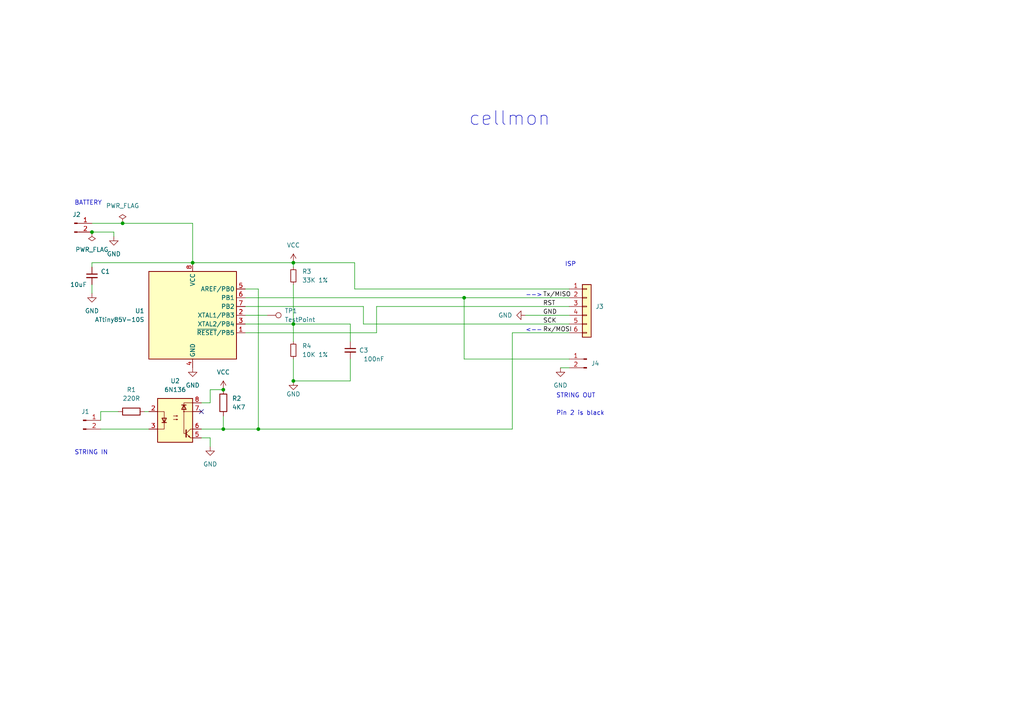
<source format=kicad_sch>
(kicad_sch (version 20211123) (generator eeschema)
  (paper "A4")
  (lib_symbols
    (symbol "Connector:Conn_01x02_Male" (pin_names (offset 1.016) hide)
      (property "Reference" "J" (at 0 2.54 0))
      (property "Value" "Conn_01x02_Male" (at 0 -5.08 0))
      (symbol "Conn_01x02_Male_1_1"
        (polyline (pts (xy 1.27 -2.54) (xy 0.8636 -2.54)) (stroke (width 0.1524)))
        (polyline (pts (xy 1.27 0) (xy 0.8636 0)) (stroke (width 0.1524)))
        (rectangle (start 0.8636 -2.413) (end 0 -2.667) (stroke (width 0.1524)) (fill (type outline)))
        (rectangle (start 0.8636 0.127) (end 0 -0.127) (stroke (width 0.1524)) (fill (type outline)))
        (pin passive line (at 5.08 0 180) (length 3.81) (name "Pin_1") (number "1"))
        (pin passive line (at 5.08 -2.54 180) (length 3.81) (name "Pin_2") (number "2"))
      )
    )
    (symbol "Connector:TestPoint" (pin_numbers hide) (pin_names (offset 0.762) hide)
      (property "Reference" "TP" (at 0 6.858 0))
      (property "Value" "TestPoint" (at 0 5.08 0))
      (symbol "TestPoint_0_1"
        (circle (center 0 3.302) (radius 0.762))
      )
      (symbol "TestPoint_1_1"
        (pin passive line (at 0 0 90) (length 2.54) (name "1") (number "1"))
      )
    )
    (symbol "Connector_Generic:Conn_01x06" (pin_names (offset 1.016) hide)
      (property "Reference" "J" (at 0 7.62 0))
      (property "Value" "Conn_01x06" (at 0 -10.16 0))
      (symbol "Conn_01x06_1_1"
        (rectangle (start -1.27 -7.493) (end 0 -7.747) (stroke (width 0.1524)))
        (rectangle (start -1.27 -4.953) (end 0 -5.207) (stroke (width 0.1524)))
        (rectangle (start -1.27 -2.413) (end 0 -2.667) (stroke (width 0.1524)))
        (rectangle (start -1.27 0.127) (end 0 -0.127) (stroke (width 0.1524)))
        (rectangle (start -1.27 2.667) (end 0 2.413) (stroke (width 0.1524)))
        (rectangle (start -1.27 5.207) (end 0 4.953) (stroke (width 0.1524)))
        (rectangle (start -1.27 6.35) (end 1.27 -8.89) (stroke (width 0.254)) (fill (type background)))
        (pin passive line (at -5.08 5.08 0) (length 3.81) (name "Pin_1") (number "1"))
        (pin passive line (at -5.08 2.54 0) (length 3.81) (name "Pin_2") (number "2"))
        (pin passive line (at -5.08 0 0) (length 3.81) (name "Pin_3") (number "3"))
        (pin passive line (at -5.08 -2.54 0) (length 3.81) (name "Pin_4") (number "4"))
        (pin passive line (at -5.08 -5.08 0) (length 3.81) (name "Pin_5") (number "5"))
        (pin passive line (at -5.08 -7.62 0) (length 3.81) (name "Pin_6") (number "6"))
      )
    )
    (symbol "Device:C_Small" (pin_numbers hide) (pin_names (offset 0.254) hide)
      (property "Reference" "C" (at 0.254 1.778 0))
      (property "Value" "C_Small" (at 0.254 -2.032 0))
      (symbol "C_Small_0_1"
        (polyline (pts (xy -1.524 -0.508) (xy 1.524 -0.508)) (stroke (width 0.3302)))
        (polyline (pts (xy -1.524 0.508) (xy 1.524 0.508)) (stroke (width 0.3048)))
      )
      (symbol "C_Small_1_1"
        (pin passive line (at 0 2.54 270) (length 2.032) (name "~") (number "1"))
        (pin passive line (at 0 -2.54 90) (length 2.032) (name "~") (number "2"))
      )
    )
    (symbol "Device:R" (pin_numbers hide) (pin_names (offset 0))
      (property "Reference" "R" (at 2.032 0 90))
      (property "Value" "R" (at 0 0 90))
      (symbol "R_0_1"
        (rectangle (start -1.016 -2.54) (end 1.016 2.54) (stroke (width 0.254)))
      )
      (symbol "R_1_1"
        (pin passive line (at 0 3.81 270) (length 1.27) (name "~") (number "1"))
        (pin passive line (at 0 -3.81 90) (length 1.27) (name "~") (number "2"))
      )
    )
    (symbol "Device:R_Small" (pin_numbers hide) (pin_names (offset 0.254) hide)
      (property "Reference" "R" (at 0.762 0.508 0))
      (property "Value" "R_Small" (at 0.762 -1.016 0))
      (symbol "R_Small_0_1"
        (rectangle (start -0.762 1.778) (end 0.762 -1.778) (stroke (width 0.2032)))
      )
      (symbol "R_Small_1_1"
        (pin passive line (at 0 2.54 270) (length 0.762) (name "~") (number "1"))
        (pin passive line (at 0 -2.54 90) (length 0.762) (name "~") (number "2"))
      )
    )
    (symbol "Isolator:6N136" (pin_names (offset 1.016))
      (property "Reference" "U" (at -5.08 7.62 0))
      (property "Value" "6N136" (at 0 7.62 0))
      (symbol "6N136_0_1"
        (rectangle (start -5.08 6.35) (end 5.08 -6.35) (stroke (width 0.254)) (fill (type background)))
        (polyline (pts (xy -3.81 -0.635) (xy -2.54 -0.635)) (stroke (width 0.254)))
        (polyline (pts (xy 1.905 4.445) (xy 3.175 4.445)) (stroke (width 0.254)))
        (polyline (pts (xy 3.175 -2.794) (xy 3.175 -4.826)) (stroke (width 0.3556)))
        (polyline (pts (xy 3.302 -3.937) (xy 4.445 -5.08)))
        (polyline (pts (xy 3.302 -3.683) (xy 4.445 -2.54)))
        (polyline (pts (xy 5.08 -5.08) (xy 4.445 -5.08)))
        (polyline (pts (xy 5.08 -2.54) (xy 4.445 -2.54)))
        (polyline (pts (xy 5.08 2.54) (xy 2.54 2.54)))
        (polyline (pts (xy -5.08 2.54) (xy -3.175 2.54) (xy -3.175 -2.54) (xy -5.08 -2.54)))
        (polyline (pts (xy -3.175 -0.635) (xy -3.81 0.635) (xy -2.54 0.635) (xy -3.175 -0.635)) (stroke (width 0.254)))
        (polyline (pts (xy 2.54 4.445) (xy 1.905 3.175) (xy 3.175 3.175) (xy 2.54 4.445)) (stroke (width 0.254)))
        (polyline (pts (xy 4.318 -4.953) (xy 4.064 -4.445) (xy 3.81 -4.699) (xy 4.318 -4.953)))
        (polyline (pts (xy 5.08 5.08) (xy 2.54 5.08) (xy 2.54 -3.81) (xy 3.175 -3.81)))
        (polyline (pts (xy -0.508 0.254) (xy 0.762 0.254) (xy 0.381 0.127) (xy 0.381 0.381) (xy 0.762 0.254)))
        (polyline (pts (xy -0.508 1.27) (xy 0.762 1.27) (xy 0.381 1.143) (xy 0.381 1.397) (xy 0.762 1.27)))
        (circle (center 2.54 2.54) (radius 0.127))
      )
      (symbol "6N136_1_1"
        (pin no_connect line (at -5.08 5.08 0) (length 2.54) hide (name "NC") (number "1"))
        (pin passive line (at -7.62 2.54 0) (length 2.54) (name "~") (number "2"))
        (pin passive line (at -7.62 -2.54 0) (length 2.54) (name "~") (number "3"))
        (pin no_connect line (at -5.08 -5.08 0) (length 2.54) hide (name "NC") (number "4"))
        (pin passive line (at 7.62 -5.08 180) (length 2.54) (name "~") (number "5"))
        (pin passive line (at 7.62 -2.54 180) (length 2.54) (name "~") (number "6"))
        (pin passive line (at 7.62 2.54 180) (length 2.54) (name "~") (number "7"))
        (pin passive line (at 7.62 5.08 180) (length 2.54) (name "~") (number "8"))
      )
    )
    (symbol "MCU_Microchip_ATtiny:ATtiny85V-10S"
      (property "Reference" "U" (at -12.7 13.97 0))
      (property "Value" "ATtiny85V-10S" (at 2.54 -13.97 0))
      (symbol "ATtiny85V-10S_0_1"
        (rectangle (start -12.7 -12.7) (end 12.7 12.7) (stroke (width 0.254)) (fill (type background)))
      )
      (symbol "ATtiny85V-10S_1_1"
        (pin bidirectional line (at 15.24 -5.08 180) (length 2.54) (name "~{RESET}/PB5") (number "1"))
        (pin bidirectional line (at 15.24 0 180) (length 2.54) (name "XTAL1/PB3") (number "2"))
        (pin bidirectional line (at 15.24 -2.54 180) (length 2.54) (name "XTAL2/PB4") (number "3"))
        (pin power_in line (at 0 -15.24 90) (length 2.54) (name "GND") (number "4"))
        (pin bidirectional line (at 15.24 7.62 180) (length 2.54) (name "AREF/PB0") (number "5"))
        (pin bidirectional line (at 15.24 5.08 180) (length 2.54) (name "PB1") (number "6"))
        (pin bidirectional line (at 15.24 2.54 180) (length 2.54) (name "PB2") (number "7"))
        (pin power_in line (at 0 15.24 270) (length 2.54) (name "VCC") (number "8"))
      )
    )
    (symbol "power:GND" (power) (pin_names (offset 0))
      (property "Value" "GND" (at 0 -3.81 0))
      (symbol "GND_0_1"
        (polyline (pts (xy 0 0) (xy 0 -1.27) (xy 1.27 -1.27) (xy 0 -2.54) (xy -1.27 -1.27) (xy 0 -1.27)))
      )
      (symbol "GND_1_1"
        (pin power_in line (at 0 0 270) (length 0) hide (name "GND") (number "1"))
      )
    )
    (symbol "power:PWR_FLAG" (power) (pin_numbers hide) (pin_names (offset 0) hide)
      (property "Value" "PWR_FLAG" (at 0 3.81 0))
      (symbol "PWR_FLAG_0_0"
        (pin power_out line (at 0 0 90) (length 0) (name "pwr") (number "1"))
      )
      (symbol "PWR_FLAG_0_1"
        (polyline (pts (xy 0 0) (xy 0 1.27) (xy -1.016 1.905) (xy 0 2.54) (xy 1.016 1.905) (xy 0 1.27)))
      )
    )
    (symbol "power:VCC" (power) (pin_names (offset 0))
      (property "Value" "VCC" (at 0 3.81 0))
      (symbol "VCC_0_1"
        (polyline (pts (xy -0.762 1.27) (xy 0 2.54)))
        (polyline (pts (xy 0 0) (xy 0 2.54)))
        (polyline (pts (xy 0 2.54) (xy 0.762 1.27)))
      )
      (symbol "VCC_1_1"
        (pin power_in line (at 0 0 90) (length 0) hide (name "VCC") (number "1"))
      )
    )
  )
  (junction (at 55.88 76.2))
  (junction (at 85.09 110.49))
  (junction (at 64.77 124.46))
  (junction (at 26.67 67.31))
  (junction (at 64.77 113.03))
  (junction (at 85.09 76.2))
  (junction (at 85.09 93.98))
  (junction (at 134.62 86.36))
  (junction (at 35.56 64.77))
  (junction (at 74.93 124.46))
  (no_connect (at 58.42 119.38))
  (wire (pts (xy 58.42 124.46) (xy 64.77 124.46)))
  (wire (pts (xy 33.02 67.31) (xy 26.67 67.31)))
  (wire (pts (xy 165.1 88.9) (xy 109.22 88.9)))
  (wire (pts (xy 74.93 83.82) (xy 74.93 124.46)))
  (wire (pts (xy 152.4 91.44) (xy 165.1 91.44)))
  (wire (pts (xy 85.09 76.2) (xy 85.09 77.47)))
  (wire (pts (xy 148.59 96.52) (xy 148.59 124.46)))
  (wire (pts (xy 26.67 85.09) (xy 26.67 82.55)))
  (wire (pts (xy 74.93 124.46) (xy 64.77 124.46)))
  (wire (pts (xy 85.09 82.55) (xy 85.09 93.98)))
  (wire (pts (xy 60.96 127) (xy 60.96 129.54)))
  (wire (pts (xy 101.6 104.14) (xy 101.6 110.49)))
  (wire (pts (xy 109.22 88.9) (xy 109.22 96.52)))
  (wire (pts (xy 26.67 76.2) (xy 55.88 76.2)))
  (wire (pts (xy 162.56 106.68) (xy 165.1 106.68)))
  (wire (pts (xy 165.1 104.14) (xy 134.62 104.14)))
  (wire (pts (xy 35.56 64.77) (xy 55.88 64.77)))
  (wire (pts (xy 102.87 83.82) (xy 102.87 76.2)))
  (wire (pts (xy 29.21 119.38) (xy 34.29 119.38)))
  (wire (pts (xy 71.12 91.44) (xy 77.47 91.44)))
  (wire (pts (xy 58.42 127) (xy 60.96 127)))
  (wire (pts (xy 41.91 119.38) (xy 43.18 119.38)))
  (wire (pts (xy 85.09 104.14) (xy 85.09 110.49)))
  (wire (pts (xy 29.21 124.46) (xy 43.18 124.46)))
  (wire (pts (xy 74.93 83.82) (xy 71.12 83.82)))
  (wire (pts (xy 134.62 86.36) (xy 165.1 86.36)))
  (wire (pts (xy 134.62 86.36) (xy 134.62 104.14)))
  (wire (pts (xy 85.09 93.98) (xy 101.6 93.98)))
  (wire (pts (xy 71.12 96.52) (xy 109.22 96.52)))
  (wire (pts (xy 60.96 116.84) (xy 60.96 113.03)))
  (wire (pts (xy 29.21 119.38) (xy 29.21 121.92)))
  (wire (pts (xy 85.09 76.2) (xy 102.87 76.2)))
  (wire (pts (xy 60.96 113.03) (xy 64.77 113.03)))
  (wire (pts (xy 58.42 116.84) (xy 60.96 116.84)))
  (wire (pts (xy 85.09 93.98) (xy 85.09 99.06)))
  (wire (pts (xy 55.88 76.2) (xy 85.09 76.2)))
  (wire (pts (xy 101.6 93.98) (xy 101.6 99.06)))
  (wire (pts (xy 105.41 93.98) (xy 165.1 93.98)))
  (wire (pts (xy 102.87 83.82) (xy 165.1 83.82)))
  (wire (pts (xy 71.12 93.98) (xy 85.09 93.98)))
  (wire (pts (xy 26.67 76.2) (xy 26.67 77.47)))
  (wire (pts (xy 33.02 68.58) (xy 33.02 67.31)))
  (wire (pts (xy 64.77 120.65) (xy 64.77 124.46)))
  (wire (pts (xy 165.1 96.52) (xy 148.59 96.52)))
  (wire (pts (xy 26.67 64.77) (xy 35.56 64.77)))
  (wire (pts (xy 148.59 124.46) (xy 74.93 124.46)))
  (wire (pts (xy 71.12 86.36) (xy 134.62 86.36)))
  (wire (pts (xy 71.12 88.9) (xy 105.41 88.9)))
  (wire (pts (xy 105.41 93.98) (xy 105.41 88.9)))
  (wire (pts (xy 101.6 110.49) (xy 85.09 110.49)))
  (wire (pts (xy 55.88 64.77) (xy 55.88 76.2)))
  (text "BATTERY" (at 21.59 59.69 0) (effects (font (size 1.27 1.27)) (justify left bottom)))
  (text "Pin 2 is black" (at 161.29 120.65 0) (effects (font (size 1.27 1.27)) (justify left bottom)))
  (text "STRING OUT" (at 161.29 115.57 0) (effects (font (size 1.27 1.27)) (justify left bottom)))
  (text "STRING IN" (at 21.59 132.08 0) (effects (font (size 1.27 1.27)) (justify left bottom)))
  (text "ISP" (at 163.83 77.47 0) (effects (font (size 1.27 1.27)) (justify left bottom)))
  (text "cellmon" (at 135.89 36.83 0) (effects (font (size 4 4)) (justify left bottom)))
  (text "<--" (at 152.4 96.52 0) (effects (font (size 1.27 1.27)) (justify left bottom)))
  (text "-->" (at 152.4 86.36 0) (effects (font (size 1.27 1.27)) (justify left bottom)))
  (label "SCK" (at 157.48 93.98 0))
  (label "Tx{slash}MISO" (at 157.48 86.36 0))
  (label "GND" (at 157.48 91.44 0))
  (label "Rx{slash}MOSI" (at 157.48 96.52 0))
  (label "RST" (at 157.48 88.9 0))
  (symbol (lib_id "power:GND") (at 60.96 129.54 0) (unit 1)
    (property "Reference" "#PWR04" (effects hide))
    (property "Value" "GND" (at 60.96 134.62 0))
  )
  (symbol (lib_id "power:VCC") (at 64.77 113.03 0) (unit 1)
    (property "Reference" "#PWR05" (effects hide))
    (property "Value" "VCC" (at 64.77 107.95 0))
  )
  (symbol (lib_id "Device:R_Small") (at 85.09 101.6 0) (unit 1)
    (property "Reference" "R4" (at 87.63 100.3299 0) (effects (justify left)))
    (property "Value" "10K 1%" (at 87.63 102.8699 0) (effects (justify left)))
    (property "Footprint" "Resistor_THT:R_Axial_DIN0207_L6.3mm_D2.5mm_P7.62mm_Horizontal" (effects hide))
  )
  (symbol (lib_id "Device:R") (at 38.1 119.38 90) (unit 1)
    (property "Reference" "R1" (at 38.1 113.03 90))
    (property "Value" "220R" (at 38.1 115.57 90))
    (property "Footprint" "Resistor_THT:R_Axial_DIN0204_L3.6mm_D1.6mm_P7.62mm_Horizontal" (effects hide))
  )
  (symbol (lib_id "Connector:Conn_01x02_Male") (at 24.13 121.92 0) (unit 1)
    (property "Reference" "J1" (at 24.765 119.38 0))
    (property "Value" "Conn_01x02_Male" (effects hide))
    (property "Footprint" "Connector_JST:JST_PH_S2B-PH-K_1x02_P2.00mm_Horizontal" (effects hide))
  )
  (symbol (lib_id "power:GND") (at 33.02 68.58 0) (unit 1)
    (property "Reference" "#PWR01" (effects hide))
    (property "Value" "GND" (at 33.02 73.66 0))
  )
  (symbol (lib_id "Device:R") (at 64.77 116.84 0) (unit 1)
    (property "Reference" "R2" (at 67.31 115.5699 0) (effects (justify left)))
    (property "Value" "4K7" (at 67.31 118.1099 0) (effects (justify left)))
    (property "Footprint" "Resistor_THT:R_Axial_DIN0207_L6.3mm_D2.5mm_P7.62mm_Horizontal" (effects hide))
  )
  (symbol (lib_id "Isolator:6N136") (at 50.8 121.92 0) (unit 1)
    (property "Reference" "U2" (at 50.8 110.49 0))
    (property "Value" "6N136" (at 50.8 113.03 0))
    (property "Footprint" "Package_DIP:DIP-8_W7.62mm" (effects hide))
    (property "Datasheet" "https://optoelectronics.liteon.com/upload/download/DS70-2008-0032/6N135-L%206N136-L%20series.pdf" (effects hide))
  )
  (symbol (lib_id "power:PWR_FLAG") (at 26.67 67.31 180) (unit 1)
    (property "Reference" "#FLG01" (effects hide))
    (property "Value" "PWR_FLAG" (at 26.67 72.39 0))
  )
  (symbol (lib_id "Device:C_Small") (at 26.67 80.01 0) (unit 1)
    (property "Reference" "C1" (at 29.21 78.7462 0) (effects (justify left)))
    (property "Value" "10uF" (at 20.32 82.55 0) (effects (justify left)))
    (property "Footprint" "Capacitor_THT:C_Disc_D5.0mm_W2.5mm_P2.50mm" (effects hide))
  )
  (symbol (lib_id "Connector:TestPoint") (at 77.47 91.44 270) (unit 1)
    (property "Reference" "TP1" (at 82.55 90.1699 90) (effects (justify left)))
    (property "Value" "TestPoint" (at 82.55 92.7099 90) (effects (justify left)))
    (property "Footprint" "Connector_PinHeader_2.54mm:PinHeader_1x01_P2.54mm_Vertical" (effects hide))
  )
  (symbol (lib_id "Connector:Conn_01x02_Male") (at 170.18 104.14 0) (mirror y) (unit 1)
    (property "Reference" "J4" (at 171.45 105.4099 0) (effects (justify right)))
    (property "Value" "Conn_01x02_Male" (effects hide))
    (property "Footprint" "Connector_JST:JST_PH_S2B-PH-K_1x02_P2.00mm_Horizontal" (effects hide))
  )
  (symbol (lib_id "power:GND") (at 26.67 85.09 0) (unit 1)
    (property "Reference" "#PWR02" (effects hide))
    (property "Value" "GND" (at 26.67 90.17 0))
  )
  (symbol (lib_id "MCU_Microchip_ATtiny:ATtiny85V-10S") (at 55.88 91.44 0) (unit 1)
    (property "Reference" "U1" (at 41.91 90.1699 0) (effects (justify right)))
    (property "Value" "ATtiny85V-10S" (at 41.91 92.7099 0) (effects (justify right)))
    (property "Footprint" "Package_DIP:DIP-8_W7.62mm" (effects hide))
    (property "Datasheet" "http://ww1.microchip.com/downloads/en/DeviceDoc/atmel-2586-avr-8-bit-microcontroller-attiny25-attiny45-attiny85_datasheet.pdf" (effects hide))
  )
  (symbol (lib_id "power:GND") (at 162.56 106.68 0) (unit 1)
    (property "Reference" "#PWR010" (effects hide))
    (property "Value" "GND" (at 162.56 111.76 0))
  )
  (symbol (lib_id "power:GND") (at 85.09 110.49 0) (unit 1)
    (property "Reference" "#PWR07" (effects hide))
    (property "Value" "GND" (at 85.09 114.3 0))
  )
  (symbol (lib_id "Connector:Conn_01x02_Male") (at 21.59 64.77 0) (unit 1)
    (property "Reference" "J2" (at 22.225 62.23 0))
    (property "Value" "Conn_01x02_Male" (effects hide))
    (property "Footprint" "Connector_JST:JST_PH_S2B-PH-K_1x02_P2.00mm_Horizontal" (effects hide))
  )
  (symbol (lib_id "power:VCC") (at 85.09 76.2 0) (unit 1)
    (property "Reference" "#PWR06" (effects hide))
    (property "Value" "VCC" (at 85.09 71.12 0))
  )
  (symbol (lib_id "power:PWR_FLAG") (at 35.56 64.77 0) (unit 1)
    (property "Reference" "#FLG02" (effects hide))
    (property "Value" "PWR_FLAG" (at 35.56 59.69 0))
  )
  (symbol (lib_id "Device:C_Small") (at 101.6 101.6 0) (unit 1)
    (property "Reference" "C3" (at 104.14 101.6062 0) (effects (justify left)))
    (property "Value" "100nF" (at 105.41 104.14 0) (effects (justify left)))
    (property "Footprint" "Capacitor_THT:C_Disc_D5.0mm_W2.5mm_P2.50mm" (effects hide))
  )
  (symbol (lib_id "Connector_Generic:Conn_01x06") (at 170.18 88.9 0) (unit 1)
    (property "Reference" "J3" (at 172.72 88.8999 0) (effects (justify left)))
    (property "Value" "Conn_01x06" (effects hide))
    (property "Footprint" "Connector_JST:JST_PH_B6B-PH-K_1x06_P2.00mm_Vertical" (effects hide))
  )
  (symbol (lib_id "power:GND") (at 55.88 106.68 0) (unit 1)
    (property "Reference" "#PWR03" (effects hide))
    (property "Value" "GND" (at 55.88 111.76 0))
  )
  (symbol (lib_id "Device:R_Small") (at 85.09 80.01 0) (unit 1)
    (property "Reference" "R3" (at 87.63 78.7399 0) (effects (justify left)))
    (property "Value" "33K 1%" (at 87.63 81.2799 0) (effects (justify left)))
    (property "Footprint" "Resistor_THT:R_Axial_DIN0207_L6.3mm_D2.5mm_P7.62mm_Horizontal" (effects hide))
  )
  (symbol (lib_id "power:GND") (at 152.4 91.44 270) (unit 1)
    (property "Reference" "#PWR08" (effects hide))
    (property "Value" "GND" (at 148.59 91.4399 90) (effects (justify right)))
  )
)
</source>
